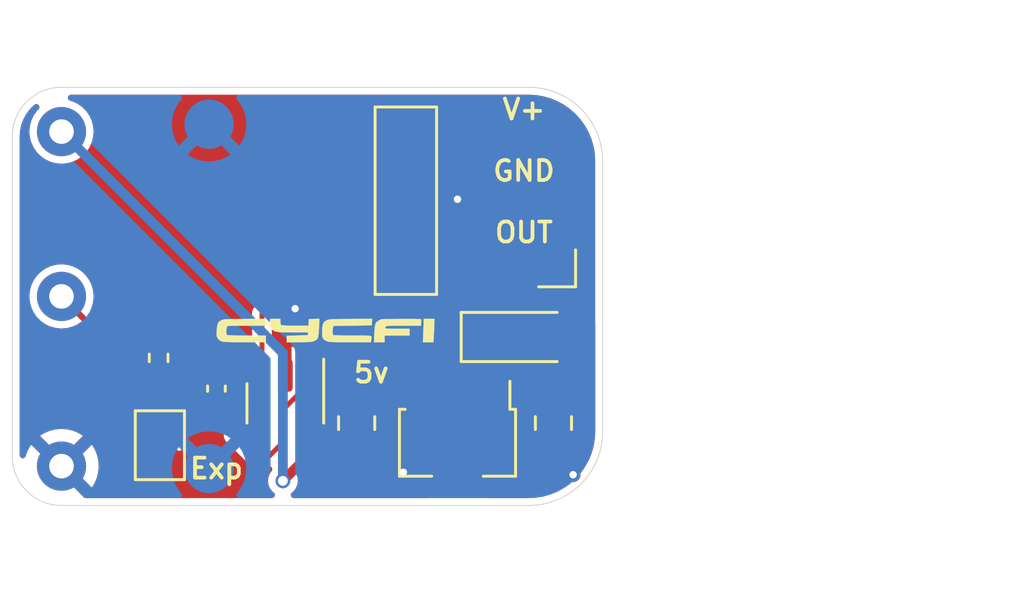
<source format=kicad_pcb>
(kicad_pcb (version 20211014) (generator pcbnew)
  (layers (0 "F.Cu" signal) (31 "B.Cu" signal) (34 "B.Paste" user) (35 "F.Paste" user) (36 "B.SilkS" user "B.Silkscreen") (37 "F.SilkS" user "F.Silkscreen") (38 "B.Mask" user) (39 "F.Mask" user) (44 "Edge.Cuts" user))
  (net 0 "")
  (net 1 "Net-(C1-Pad1)")
  (net 2 "GND")
  (net 3 "5v")
  (net 4 "/pot_center")
  (net 5 "V+")
  (net 6 "OUT")
  (net 7 "Net-(JP1-Pad2)")
  (footprint "cycfi_library:bourns_pdb241" (layer "F.Cu") (at 136 80)
    (fp_text reference "RV1" hide)
    (fp_text value "25k")
    (pad "1" thru_hole circle (at 0 -6.7) (size 2 2) (drill 1) (layers *.Cu *.Mask) (net 3 "5v"))
    (pad "2" thru_hole circle (at 0 0) (size 2 2) (drill 1) (layers *.Cu *.Mask) (net 4 "/pot_center"))
    (pad "3" thru_hole circle (at 0 6.9) (size 2 2) (drill 1) (layers *.Cu *.Mask) (net 2 "GND"))
  )
  (footprint "cycfi_library:pin_header_1x3p_2.54mm_smd_horizontal" (layer "F.Cu") (at 154.9 78.65 180)
    (fp_text reference "J1" hide)
    (fp_text value "I/O connector")
    (fp_line (start 3.65 -1.27) (end 6.15 -1.27) (layer "F.SilkS") (width 0.12))
    (fp_line (start -2 0.54) (end -2 -0.96) (layer "F.SilkS") (width 0.12))
    (fp_line (start 6.15 -1.27) (end 6.15 6.35) (layer "F.SilkS") (width 0.12))
    (fp_line (start -2 -0.96) (end -0.5 -0.96) (layer "F.SilkS") (width 0.12))
    (fp_line (start 3.65 6.35) (end 6.15 6.35) (layer "F.SilkS") (width 0.12))
    (fp_line (start 3.65 -1.27) (end 3.65 6.35) (layer "F.SilkS") (width 0.12))
    (pad "1" smd rect (at 0 0 180) (size 3.2 1.02) (layers "F.Cu" "F.Paste" "F.Mask") (net 6 "OUT"))
    (pad "2" smd rect (at 0 2.54 180) (size 3.2 1.02) (layers "F.Cu" "F.Paste" "F.Mask") (net 2 "GND"))
    (pad "3" smd rect (at 0 5.08 180) (size 3.2 1.02) (layers "F.Cu" "F.Paste" "F.Mask") (net 5 "V+"))
  )
  (footprint "Package_TO_SOT_SMD:SOT-23-5" (layer "F.Cu") (at 145.1 84.35 -90)
    (fp_text reference "U2" hide)
    (fp_text value "LMV321IDBVR")
    (fp_line (start 0 1.56) (end 0.8 1.56) (layer "F.SilkS") (width 0.12))
    (fp_line (start 0 -1.56) (end 0.8 -1.56) (layer "F.SilkS") (width 0.12))
    (fp_line (start 0 -1.56) (end -1.8 -1.56) (layer "F.SilkS") (width 0.12))
    (fp_line (start 0 1.56) (end -0.8 1.56) (layer "F.SilkS") (width 0.12))
    (pad "1" smd roundrect (at -1.1375 -0.95 270) (size 1.325 0.6) (layers "F.Cu" "F.Paste" "F.Mask") (net 4 "/pot_center"))
    (pad "2" smd roundrect (at -1.1375 0 270) (size 1.325 0.6) (layers "F.Cu" "F.Paste" "F.Mask") (net 2 "GND"))
    (pad "3" smd roundrect (at -1.1375 0.95 270) (size 1.325 0.6) (layers "F.Cu" "F.Paste" "F.Mask") (net 6 "OUT"))
    (pad "4" smd roundrect (at 1.1375 0.95 270) (size 1.325 0.6) (layers "F.Cu" "F.Paste" "F.Mask") (net 6 "OUT"))
    (pad "5" smd roundrect (at 1.1375 -0.95 270) (size 1.325 0.6) (layers "F.Cu" "F.Paste" "F.Mask") (net 3 "5v"))
  )
  (footprint "Capacitor_SMD:C_0805_2012Metric" (layer "F.Cu") (at 156 85.15 -90)
    (fp_text reference "C1" hide)
    (fp_text value "10uF")
    (fp_line (start -0.261252 -0.735) (end 0.261252 -0.735) (layer "F.SilkS") (width 0.12))
    (fp_line (start -0.261252 0.735) (end 0.261252 0.735) (layer "F.SilkS") (width 0.12))
    (pad "1" smd roundrect (at -0.95 0 270) (size 1 1.45) (layers "F.Cu" "F.Paste" "F.Mask") (net 1 "Net-(C1-Pad1)"))
    (pad "2" smd roundrect (at 0.95 0 270) (size 1 1.45) (layers "F.Cu" "F.Paste" "F.Mask") (net 2 "GND"))
  )
  (footprint "Diode_SMD:D_SOD-123" (layer "F.Cu") (at 154.5 81.65)
    (fp_text reference "D1" hide)
    (fp_text value "1N4148W")
    (fp_line (start -2.25 -1) (end 1.65 -1) (layer "F.SilkS") (width 0.12))
    (fp_line (start -2.25 1) (end 1.65 1) (layer "F.SilkS") (width 0.12))
    (fp_line (start -2.25 -1) (end -2.25 1) (layer "F.SilkS") (width 0.12))
    (pad "1" smd rect (at -1.65 0) (size 0.9 1.2) (layers "F.Cu" "F.Paste" "F.Mask") (net 1 "Net-(C1-Pad1)"))
    (pad "2" smd rect (at 1.65 0) (size 0.9 1.2) (layers "F.Cu" "F.Paste" "F.Mask") (net 5 "V+"))
  )
  (footprint "cycfi_library:cycfi-logo-9mm" (layer "F.Cu") (at 146.7 81.4)
    (fp_text reference "G***" hide)
    (fp_text value "LOGO" hide)
    (fp_poly (pts (xy 1.921918 -0.355825) (xy 1.915583 -0.22225) (xy 1.143613 -0.211667) (xy 0.371644 -0.201083) (xy 0.344884 -0.148167) (xy 0.328601 -0.094057) (xy 0.320004 -0.02106) (xy 0.319185 0.056027) (xy 0.326238 0.122406) (xy 0.341256 0.163279) (xy 0.3429 0.1651) (xy 0.362102 0.172266) (xy 0.405894 0.178099) (xy 0.477147 0.182691) (xy 0.578729 0.186134) (xy 0.713509 0.18852) (xy 0.884355 0.18994) (xy 1.094138 0.190487) (xy 1.13665 0.1905) (xy 1.340032 0.190204) (xy 1.504955 0.18992) (xy 1.635284 0.190555) (xy 1.734882 0.193014) (xy 1.807616 0.198202) (xy 1.857349 0.207027) (xy 1.887946 0.220394) (xy 1.903272 0.239209) (xy 1.907192 0.264378) (xy 1.90357 0.296807) (xy 1.896271 0.337402) (xy 1.891539 0.367462) (xy 1.878079 0.465667) (xy 1.060748 0.463232) (xy 0.87575 0.462306) (xy 0.701564 0.460719) (xy 0.543319 0.458569) (xy 0.406143 0.455958) (xy 0.295162 0.452986) (xy 0.215506 0.449752) (xy 0.172301 0.446356) (xy 0.169333 0.44585) (xy 0.056788 0.409176) (xy -0.029687 0.352104) (xy -0.075909 0.292803) (xy -0.091755 0.252184) (xy -0.101041 0.199171) (xy -0.10458 0.124505) (xy -0.103181 0.018926) (xy -0.102323 -0.008464) (xy -0.09448 -0.141822) (xy -0.078914 -0.240873) (xy -0.052158 -0.313429) (xy -0.010749 -0.3673) (xy 0.048777 -0.410298) (xy 0.084204 -0.429075) (xy 0.108919 -0.440707) (xy 0.134212 -0.45029) (xy 0.164316 -0.45806) (xy 0.203464 -0.46425) (xy 0.255888 -0.469096) (xy 0.325819 -0.472831) (xy 0.417492 -0.475691) (xy 0.535137 -0.47791) (xy 0.682987 -0.479723) (xy 0.865275 -0.481363) (xy 1.054085 -0.482825) (xy 1.928253 -0.489399) (xy 1.921918 -0.355825)) (layer "F.SilkS") (width 0.01) (fill solid))
    (fp_poly (pts (xy 4.454186 -0.206375) (xy 4.448975 -0.07829) (xy 4.44287 0.056618) (xy 4.436672 0.181339) (xy 4.431735 0.269875) (xy 4.419882 0.465667) (xy 3.99389 0.465667) (xy 4.007778 0.144801) (xy 4.012847 0.01691) (xy 4.017088 -0.110605) (xy 4.020126 -0.224952) (xy 4.02159 -0.313337) (xy 4.021667 -0.331449) (xy 4.021667 -0.486833) (xy 4.464785 -0.486833) (xy 4.454186 -0.206375)) (layer "F.SilkS") (width 0.01) (fill solid))
    (fp_poly (pts (xy -2.606136 -0.484692) (xy -2.500269 -0.483905) (xy -2.425954 -0.482649) (xy -2.387852 -0.480938) (xy -2.384106 -0.480311) (xy -2.370245 -0.453216) (xy -2.36575 -0.388498) (xy -2.367255 -0.341398) (xy -2.374427 -0.211667) (xy -3.150422 -0.211343) (xy -3.33571 -0.210743) (xy -3.505238 -0.209178) (xy -3.654479 -0.20676) (xy -3.778906 -0.2036) (xy -3.873992 -0.19981) (xy -3.935213 -0.195502) (xy -3.957405 -0.191419) (xy -3.975999 -0.15948) (xy -3.989729 -0.098927) (xy -3.997754 -0.023285) (xy -3.999235 0.053917) (xy -3.993334 0.119154) (xy -3.97921 0.158898) (xy -3.979143 0.158979) (xy -3.967139 0.167304) (xy -3.943693 0.174062) (xy -3.904843 0.179408) (xy -3.846632 0.183497) (xy -3.7651 0.186482) (xy -3.656288 0.18852) (xy -3.516237 0.189765) (xy -3.340987 0.190371) (xy -3.172408 0.1905) (xy -2.391833 0.1905) (xy -2.391833 0.465667) (xy -3.212042 0.463347) (xy -3.39843 0.462351) (xy -3.574922 0.460516) (xy -3.736234 0.457962) (xy -3.877083 0.454811) (xy -3.992184 0.451184) (xy -4.076253 0.447201) (xy -4.124007 0.442984) (xy -4.127468 0.442387) (xy -4.237424 0.406226) (xy -4.317774 0.344038) (xy -4.366982 0.269317) (xy -4.383859 0.230137) (xy -4.393526 0.189014) (xy -4.396618 0.135756) (xy -4.39377 0.060173) (xy -4.386272 -0.04003) (xy -4.373227 -0.166481) (xy -4.355529 -0.258677) (xy -4.329216 -0.324693) (xy -4.290324 -0.372602) (xy -4.234887 -0.410476) (xy -4.194507 -0.430605) (xy -4.168235 -0.442062) (xy -4.140875 -0.451473) (xy -4.108083 -0.459078) (xy -4.065515 -0.465119) (xy -4.008825 -0.469836) (xy -3.93367 -0.47347) (xy -3.835704 -0.476262) (xy -3.710584 -0.478454) (xy -3.553965 -0.480285) (xy -3.361503 -0.481997) (xy -3.251939 -0.482872) (xy -3.066458 -0.484099) (xy -2.893891 -0.484802) (xy -2.738897 -0.484995) (xy -2.606136 -0.484692)) (layer "F.SilkS") (width 0.01) (fill solid))
    (fp_poly (pts (xy 3.601083 -0.483366) (xy 3.725598 -0.481781) (xy 3.82245 -0.479437) (xy 3.886895 -0.476397) (xy 3.914183 -0.472723) (xy 3.914655 -0.472363) (xy 3.921066 -0.44327) (xy 3.922702 -0.386107) (xy 3.920451 -0.333375) (xy 3.911915 -0.211667) (xy 3.216886 -0.211667) (xy 3.023888 -0.211452) (xy 2.868889 -0.210674) (xy 2.747557 -0.209136) (xy 2.65556 -0.206639) (xy 2.588566 -0.202987) (xy 2.542242 -0.19798) (xy 2.512256 -0.191422) (xy 2.494275 -0.183114) (xy 2.488595 -0.178405) (xy 2.461562 -0.138698) (xy 2.455333 -0.114905) (xy 2.461169 -0.105134) (xy 2.481784 -0.097653) (xy 2.521844 -0.092178) (xy 2.586011 -0.088426) (xy 2.67895 -0.086113) (xy 2.805325 -0.084955) (xy 2.95275 -0.084667) (xy 3.450167 -0.084667) (xy 3.450167 0.1905) (xy 2.434167 0.1905) (xy 2.434167 0.465667) (xy 2.004584 0.465667) (xy 2.01942 0.121708) (xy 2.02731 -0.031755) (xy 2.037499 -0.149212) (xy 2.052219 -0.23699) (xy 2.073707 -0.301417) (xy 2.104196 -0.348819) (xy 2.145921 -0.385524) (xy 2.201117 -0.417858) (xy 2.211917 -0.423333) (xy 2.31775 -0.47625) (xy 3.109037 -0.482946) (xy 3.288056 -0.484011) (xy 3.453654 -0.48413) (xy 3.601083 -0.483366)) (layer "F.SilkS") (width 0.01) (fill solid))
    (fp_poly (pts (xy -0.223543 -0.270606) (xy -0.232269 -0.094549) (xy -0.241056 0.044392) (xy -0.251401 0.151406) (xy -0.264802 0.231686) (xy -0.282756 0.290423) (xy -0.306759 0.332809) (xy -0.33831 0.364035) (xy -0.378906 0.389293) (xy -0.419545 0.408986) (xy -0.453791 0.423383) (xy -0.489979 0.434549) (xy -0.534112 0.443002) (xy -0.59219 0.44926) (xy -0.670217 0.453843) (xy -0.774192 0.457268) (xy -0.910118 0.460055) (xy -1.032935 0.461984) (xy -1.547287 0.469538) (xy -1.540935 0.335311) (xy -1.534583 0.201083) (xy -1.11125 0.189366) (xy -0.982182 0.185603) (xy -0.868453 0.181922) (xy -0.776504 0.178563) (xy -0.712772 0.175763) (xy -0.683699 0.173761) (xy -0.682625 0.173491) (xy -0.678616 0.15187) (xy -0.677333 0.116417) (xy -0.677333 0.0635) (xy -1.258375 0.0635) (xy -1.461394 0.062852) (xy -1.626894 0.060494) (xy -1.759675 0.0558) (xy -1.864537 0.048147) (xy -1.94628 0.03691) (xy -2.009705 0.021465) (xy -2.059613 0.001188) (xy -2.100802 -0.024544) (xy -2.131273 -0.050002) (xy -2.192661 -0.126738) (xy -2.224959 -0.221127) (xy -2.23039 -0.340742) (xy -2.227546 -0.37827) (xy -2.217114 -0.486833) (xy -1.799167 -0.486833) (xy -1.799167 -0.37465) (xy -1.794628 -0.30631) (xy -1.783016 -0.25406) (xy -1.773767 -0.237067) (xy -1.751575 -0.228564) (xy -1.701935 -0.221953) (xy -1.621767 -0.217096) (xy -1.507991 -0.213858) (xy -1.357526 -0.2121) (xy -1.203277 -0.211667) (xy -0.658187 -0.211667) (xy -0.651885 -0.343958) (xy -0.645583 -0.47625) (xy -0.429466 -0.482273) (xy -0.213349 -0.488295) (xy -0.223543 -0.270606)) (layer "F.SilkS") (width 0.01) (fill solid))
  )
  (footprint "Package_TO_SOT_SMD:SOT-89-3" (layer "F.Cu") (at 152.1 85.65 -90)
    (fp_text reference "U1" hide)
    (fp_text value "HT7550-1")
    (fp_line (start 1.66 2.36) (end -1.06 2.36) (layer "F.SilkS") (width 0.12))
    (fp_line (start 1.66 -2.36) (end 1.66 -1.05) (layer "F.SilkS") (width 0.12))
    (fp_line (start -1.06 -2.36) (end 1.66 -2.36) (layer "F.SilkS") (width 0.12))
    (fp_line (start -1.06 -2.36) (end -1.06 -2.13) (layer "F.SilkS") (width 0.12))
    (fp_line (start -1.06 2.36) (end -1.06 2.13) (layer "F.SilkS") (width 0.12))
    (fp_line (start -2.2 -2.13) (end -1.06 -2.13) (layer "F.SilkS") (width 0.12))
    (fp_line (start 1.66 1.05) (end 1.66 2.36) (layer "F.SilkS") (width 0.12))
    (pad "1" smd rect (at -1.65 -1.5 270) (size 1.3 0.9) (layers "F.Cu" "F.Paste" "F.Mask") (net 2 "GND"))
    (pad "2" smd custom (at -1.5625 0 270) (size 1.475 0.9) (layers "F.Cu" "F.Paste" "F.Mask") (net 1 "Net-(C1-Pad1)") (options (clearance outline) (anchor rect)) (primitives (gr_poly (pts (xy 3.8625 0.8665) (xy 0.7375 0.8665) (xy 0.7375 -0.8665) (xy 3.8625 -0.8665)) (width 0) (fill yes))))
    (pad "3" smd rect (at -1.65 1.5 270) (size 1.3 0.9) (layers "F.Cu" "F.Paste" "F.Mask") (net 3 "5v"))
  )
  (footprint "Resistor_SMD:R_0402_1005Metric" (layer "F.Cu") (at 139.95 82.5 -90)
    (fp_text reference "R1" hide)
    (fp_text value "4.7k")
    (fp_line (start -0.153641 -0.38) (end 0.153641 -0.38) (layer "F.SilkS") (width 0.12))
    (fp_line (start -0.153641 0.38) (end 0.153641 0.38) (layer "F.SilkS") (width 0.12))
    (pad "1" smd roundrect (at -0.51 0 270) (size 0.54 0.64) (layers "F.Cu" "F.Paste" "F.Mask") (net 4 "/pot_center"))
    (pad "2" smd roundrect (at 0.51 0 270) (size 0.54 0.64) (layers "F.Cu" "F.Paste" "F.Mask") (net 7 "Net-(JP1-Pad2)"))
  )
  (footprint "Capacitor_SMD:C_0805_2012Metric" (layer "F.Cu") (at 148 85.15 -90)
    (fp_text reference "C2" hide)
    (fp_text value "10uF")
    (fp_line (start -0.261252 -0.735) (end 0.261252 -0.735) (layer "F.SilkS") (width 0.12))
    (fp_line (start -0.261252 0.735) (end 0.261252 0.735) (layer "F.SilkS") (width 0.12))
    (pad "1" smd roundrect (at -0.95 0 270) (size 1 1.45) (layers "F.Cu" "F.Paste" "F.Mask") (net 3 "5v"))
    (pad "2" smd roundrect (at 0.95 0 270) (size 1 1.45) (layers "F.Cu" "F.Paste" "F.Mask") (net 2 "GND"))
  )
  (footprint "Capacitor_SMD:C_0402_1005Metric" (layer "F.Cu") (at 142.3 83.75 -90)
    (fp_text reference "C3" hide)
    (fp_text value "100nF")
    (fp_line (start -0.107836 0.36) (end 0.107836 0.36) (layer "F.SilkS") (width 0.12))
    (fp_line (start -0.107836 -0.36) (end 0.107836 -0.36) (layer "F.SilkS") (width 0.12))
    (pad "1" smd roundrect (at -0.48 0 270) (size 0.56 0.62) (layers "F.Cu" "F.Paste" "F.Mask") (net 4 "/pot_center"))
    (pad "2" smd roundrect (at 0.48 0 270) (size 0.56 0.62) (layers "F.Cu" "F.Paste" "F.Mask") (net 2 "GND"))
  )
  (footprint "Jumper:SolderJumper-2_P1.3mm_Open_TrianglePad1.0x1.5mm" (layer "F.Cu") (at 140 86.05 90)
    (fp_text reference "JP1" hide)
    (fp_text value "exp shunt")
    (fp_line (start 1.4 -1) (end 1.4 1) (layer "F.SilkS") (width 0.12))
    (fp_line (start -1.4 1) (end -1.4 -1) (layer "F.SilkS") (width 0.12))
    (fp_line (start -1.4 -1) (end 1.4 -1) (layer "F.SilkS") (width 0.12))
    (fp_line (start 1.4 1) (end -1.4 1) (layer "F.SilkS") (width 0.12))
    (pad "1" smd custom (at -0.725 0 90) (size 0.3 0.3) (layers "F.Cu" "F.Mask") (net 2 "GND") (options (clearance outline) (anchor rect)) (primitives (gr_poly (pts (xy 1 0) (xy 0.5 0.75) (xy -0.5 0.75) (xy -0.5 -0.75) (xy 0.5 -0.75)) (width 0) (fill yes))))
    (pad "2" smd custom (at 0.725 0 90) (size 0.3 0.3) (layers "F.Cu" "F.Mask") (net 7 "Net-(JP1-Pad2)") (options (clearance outline) (anchor rect)) (primitives (gr_poly (pts (xy 0.5 0.75) (xy -0.65 0.75) (xy -0.15 0) (xy -0.65 -0.75) (xy 0.5 -0.75)) (width 0) (fill yes))))
  )
  (footprint "cycfi_library:single-pad-2x2-circular" (layer "B.Cu") (at 142 73 180)
    (fp_text reference "H2" hide)
    (fp_text value "Ground Pad" hide)
    (pad "1" smd circle (at 0 0 180) (size 2 2) (layers "B.Cu" "B.Paste" "B.Mask") (net 2 "GND"))
  )
  (footprint "cycfi_library:single-pad-2x2-circular" (layer "B.Cu") (at 142 87 180)
    (fp_text reference "H1" hide)
    (fp_text value "Ground Pad" hide)
    (pad "1" smd circle (at 0 0 180) (size 2 2) (layers "B.Cu" "B.Paste" "B.Mask") (net 2 "GND"))
  )
  (gr_line (start 136 71.5) (end 155 71.5) (layer "Edge.Cuts") (width 0.0381))
  (gr_arc (start 136 88.5) (mid 134.585786 87.914214) (end 134 86.5) (layer "Edge.Cuts") (width 0.0381))
  (gr_line (start 158 74.5) (end 158 85.5) (layer "Edge.Cuts") (width 0.0381))
  (gr_line (start 134 86.5) (end 134 73.5) (layer "Edge.Cuts") (width 0.0381))
  (gr_arc (start 155 71.5) (mid 157.12132 72.37868) (end 158 74.5) (layer "Edge.Cuts") (width 0.0381))
  (gr_arc (start 158 85.5) (mid 157.12132 87.62132) (end 155 88.5) (layer "Edge.Cuts") (width 0.0381))
  (gr_line (start 155 88.5) (end 136 88.5) (layer "Edge.Cuts") (width 0.0381))
  (gr_arc (start 134 73.5) (mid 134.585786 72.085786) (end 136 71.5) (layer "Edge.Cuts") (width 0.0381))
  (gr_text "Exp" (at 142.3 87) (layer "F.SilkS") (effects (font (size 0.8128 0.8128) (thickness 0.1524))))
  (gr_text "5v" (at 148.6 83.1) (layer "F.SilkS") (effects (font (size 0.8128 0.8128) (thickness 0.1524))))
  (gr_text "GND" (at 154.8 74.9) (layer "F.SilkS") (effects (font (size 0.8128 0.8128) (thickness 0.1524))))
  (gr_text "V+" (at 154.8 72.4) (layer "F.SilkS") (effects (font (size 0.8128 0.8128) (thickness 0.1524))))
  (gr_text "OUT" (at 154.8 77.4) (layer "F.SilkS") (effects (font (size 0.8128 0.8128) (thickness 0.1524))))
  (segment (start 152.85 81.65) (end 152.1 82.4) (width 0.25) (layer "F.Cu") (net 1))
  (segment (start 153.45 81.65) (end 152.85 81.65) (width 0.25) (layer "F.Cu") (net 1))
  (segment (start 152.1 82.4) (end 152.1 84.0875) (width 0.25) (layer "F.Cu") (net 1))
  (segment (start 156 84.2) (end 153.45 81.65) (width 0.25) (layer "F.Cu") (net 1))
  (via (at 149.9 87.15) (size 0.6) (drill 0.3) (layers "F.Cu" "B.Cu") (net 2))
  (via (at 145.5 80.5) (size 0.6) (drill 0.3) (layers "F.Cu" "B.Cu") (net 2))
  (via (at 152.1 76.05) (size 0.6) (drill 0.3) (layers "F.Cu" "B.Cu") (net 2))
  (via (at 156.8 87.25) (size 0.6) (drill 0.3) (layers "F.Cu" "B.Cu") (net 2))
  (segment (start 146.05 85.4875) (end 146.05 86.45) (width 0.4) (layer "F.Cu") (net 3))
  (segment (start 148 84.2) (end 150.4 84.2) (width 0.4) (layer "F.Cu") (net 3))
  (segment (start 146.05 85.4875) (end 146.7125 85.4875) (width 0.4) (layer "F.Cu") (net 3))
  (segment (start 146.05 86.45) (end 145 87.5) (width 0.4) (layer "F.Cu") (net 3))
  (segment (start 150.4 84.2) (end 150.6 84) (width 0.4) (layer "F.Cu") (net 3))
  (segment (start 146.7125 85.4875) (end 148 84.2) (width 0.4) (layer "F.Cu") (net 3))
  (via (at 145 87.5) (size 0.6) (drill 0.4) (layers "F.Cu" "B.Cu") (net 3))
  (segment (start 145 82.3) (end 136 73.3) (width 0.4) (layer "B.Cu") (net 3))
  (segment (start 145 87.5) (end 145 82.3) (width 0.4) (layer "B.Cu") (net 3))
  (segment (start 139.95 81.99) (end 137.99 81.99) (width 0.25) (layer "F.Cu") (net 4))
  (segment (start 141.02 81.99) (end 142.3 83.27) (width 0.25) (layer "F.Cu") (net 4))
  (segment (start 146.05 83.560717) (end 145 84.610717) (width 0.2) (layer "F.Cu") (net 4))
  (segment (start 139.95 81.99) (end 141.02 81.99) (width 0.25) (layer "F.Cu") (net 4))
  (segment (start 143 85.635717) (end 143 83.97) (width 0.2) (layer "F.Cu") (net 4))
  (segment (start 143.864283 86.5) (end 143 85.635717) (width 0.2) (layer "F.Cu") (net 4))
  (segment (start 143 83.97) (end 142.3 83.27) (width 0.2) (layer "F.Cu") (net 4))
  (segment (start 145 84.610717) (end 145 85.935717) (width 0.2) (layer "F.Cu") (net 4))
  (segment (start 145 85.935717) (end 144.435717 86.5) (width 0.2) (layer "F.Cu") (net 4))
  (segment (start 137.99 81.99) (end 136 80) (width 0.25) (layer "F.Cu") (net 4))
  (segment (start 144.435717 86.5) (end 143.864283 86.5) (width 0.2) (layer "F.Cu") (net 4))
  (segment (start 146.05 83.2125) (end 146.05 83.560717) (width 0.2) (layer "F.Cu") (net 4))
  (segment (start 157.3 74.88) (end 157.3 80.5) (width 0.4) (layer "F.Cu") (net 5))
  (segment (start 155.99 73.57) (end 157.3 74.88) (width 0.4) (layer "F.Cu") (net 5))
  (segment (start 157.3 80.5) (end 156.15 81.65) (width 0.4) (layer "F.Cu") (net 5))
  (segment (start 154.9 73.57) (end 155.99 73.57) (width 0.4) (layer "F.Cu") (net 5))
  (segment (start 144.15 85.4875) (end 144.15 83.2125) (width 0.2) (layer "F.Cu") (net 6))
  (segment (start 144.15 80.7) (end 146.2 78.65) (width 0.2) (layer "F.Cu") (net 6))
  (segment (start 144.15 83.2125) (end 144.15 80.7) (width 0.2) (layer "F.Cu") (net 6))
  (segment (start 146.2 78.65) (end 154.9 78.65) (width 0.2) (layer "F.Cu") (net 6))
  (segment (start 139.95 85.275) (end 140 85.325) (width 0.2) (layer "F.Cu") (net 7))
  (segment (start 139.95 83.325) (end 139.95 85.275) (width 0.2) (layer "F.Cu") (net 7))
  (zone (net 2) (net_name "GND") (layer "F.Cu") (connect_pads (clearance 0.3)) (min_thickness 0.254) (fill yes (thermal_gap 0.508) (thermal_bridge_width 0.508))
    (polygon (pts (xy 158.5 89.25) (xy 133.5 89.25) (xy 133.5 71.25) (xy 158.5 71.25)))
  )
  (zone (net 2) (net_name "GND") (layer "B.Cu") (connect_pads (clearance 0.3)) (min_thickness 0.254) (fill yes (thermal_gap 0.508) (thermal_bridge_width 0.508))
    (polygon (pts (xy 158.5 89.25) (xy 133.5 89.25) (xy 133.5 71.25) (xy 158.5 71.25)))
  )
)
</source>
